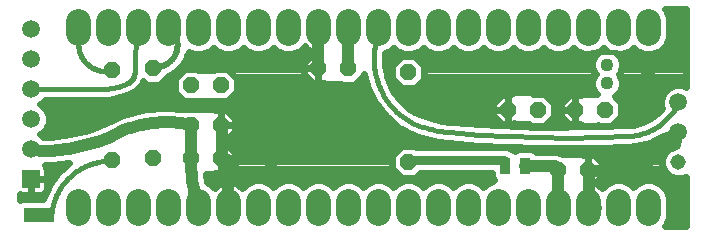
<source format=gtl>
G75*
%MOIN*%
%OFA0B0*%
%FSLAX25Y25*%
%IPPOS*%
%LPD*%
%AMOC8*
5,1,8,0,0,1.08239X$1,22.5*
%
%ADD10OC8,0.05200*%
%ADD11C,0.04362*%
%ADD12C,0.08268*%
%ADD13C,0.05937*%
%ADD14R,0.05937X0.05937*%
%ADD15C,0.05150*%
%ADD16R,0.03600X0.05500*%
%ADD17R,0.10000X0.05000*%
%ADD18C,0.03937*%
%ADD19C,0.03150*%
%ADD20C,0.02362*%
%ADD21R,0.05000X0.05000*%
%ADD22C,0.05000*%
%ADD23C,0.01575*%
%ADD24C,0.01969*%
D10*
X0090906Y0036556D03*
X0104656Y0037181D03*
X0117156Y0037181D03*
X0127156Y0037181D03*
X0127156Y0048431D03*
X0117156Y0048431D03*
X0117156Y0061556D03*
X0127156Y0061556D03*
X0104656Y0067181D03*
X0090906Y0066556D03*
X0159656Y0067181D03*
X0169656Y0067181D03*
X0189656Y0065931D03*
X0222781Y0053431D03*
X0232781Y0053431D03*
X0245281Y0053431D03*
X0255281Y0053431D03*
X0249656Y0033431D03*
X0239656Y0033431D03*
X0189656Y0035931D03*
D11*
X0255906Y0062181D03*
X0255906Y0068431D03*
D12*
X0259656Y0078864D02*
X0259656Y0082998D01*
X0249656Y0082998D02*
X0249656Y0078864D01*
X0239656Y0078864D02*
X0239656Y0082998D01*
X0229656Y0082998D02*
X0229656Y0078864D01*
X0219656Y0078864D02*
X0219656Y0082998D01*
X0209656Y0082998D02*
X0209656Y0078864D01*
X0199656Y0078864D02*
X0199656Y0082998D01*
X0189656Y0082998D02*
X0189656Y0078864D01*
X0179656Y0078864D02*
X0179656Y0082998D01*
X0169656Y0082998D02*
X0169656Y0078864D01*
X0159656Y0078864D02*
X0159656Y0082998D01*
X0149656Y0082998D02*
X0149656Y0078864D01*
X0139656Y0078864D02*
X0139656Y0082998D01*
X0129656Y0082998D02*
X0129656Y0078864D01*
X0119656Y0078864D02*
X0119656Y0082998D01*
X0109656Y0082998D02*
X0109656Y0078864D01*
X0099656Y0078864D02*
X0099656Y0082998D01*
X0089656Y0082998D02*
X0089656Y0078864D01*
X0079656Y0078864D02*
X0079656Y0082998D01*
X0079656Y0022998D02*
X0079656Y0018864D01*
X0089656Y0018864D02*
X0089656Y0022998D01*
X0099656Y0022998D02*
X0099656Y0018864D01*
X0109656Y0018864D02*
X0109656Y0022998D01*
X0119656Y0022998D02*
X0119656Y0018864D01*
X0129656Y0018864D02*
X0129656Y0022998D01*
X0139656Y0022998D02*
X0139656Y0018864D01*
X0149656Y0018864D02*
X0149656Y0022998D01*
X0159656Y0022998D02*
X0159656Y0018864D01*
X0169656Y0018864D02*
X0169656Y0022998D01*
X0179656Y0022998D02*
X0179656Y0018864D01*
X0189656Y0018864D02*
X0189656Y0022998D01*
X0199656Y0022998D02*
X0199656Y0018864D01*
X0209656Y0018864D02*
X0209656Y0022998D01*
X0219656Y0022998D02*
X0219656Y0018864D01*
X0229656Y0018864D02*
X0229656Y0022998D01*
X0239656Y0022998D02*
X0239656Y0018864D01*
X0249656Y0018864D02*
X0249656Y0022998D01*
X0259656Y0022998D02*
X0259656Y0018864D01*
X0269656Y0018864D02*
X0269656Y0022998D01*
X0269656Y0078864D02*
X0269656Y0082998D01*
D13*
X0279656Y0055931D03*
X0279656Y0045931D03*
X0064031Y0050306D03*
X0064031Y0060306D03*
X0064031Y0070306D03*
X0064031Y0080306D03*
X0064031Y0040306D03*
D14*
X0064031Y0030306D03*
D15*
X0279656Y0035931D03*
D16*
X0228628Y0034681D03*
X0221935Y0034681D03*
D17*
X0066531Y0018431D03*
D18*
X0094657Y0046556D02*
X0095549Y0046895D01*
X0096449Y0047212D01*
X0097356Y0047506D01*
X0098271Y0047779D01*
X0099192Y0048029D01*
X0100118Y0048257D01*
X0101050Y0048463D01*
X0101987Y0048645D01*
X0102927Y0048805D01*
X0103872Y0048942D01*
X0104819Y0049056D01*
X0105769Y0049146D01*
X0106721Y0049214D01*
X0107674Y0049259D01*
X0108628Y0049280D01*
X0109582Y0049278D01*
X0110536Y0049253D01*
X0111489Y0049205D01*
X0112441Y0049133D01*
X0113390Y0049039D01*
X0114337Y0048921D01*
X0115281Y0048781D01*
X0116221Y0048618D01*
X0117157Y0048431D01*
X0117156Y0048431D02*
X0117156Y0037181D01*
X0127156Y0037181D02*
X0127378Y0037733D01*
X0127378Y0048115D01*
X0127156Y0048431D01*
X0127156Y0036556D02*
X0129656Y0036556D01*
X0129656Y0020931D01*
X0119657Y0020931D02*
X0119290Y0022146D01*
X0118951Y0023370D01*
X0118641Y0024601D01*
X0118360Y0025839D01*
X0118108Y0027084D01*
X0117886Y0028334D01*
X0117693Y0029588D01*
X0117529Y0030847D01*
X0117395Y0032110D01*
X0117291Y0033375D01*
X0117217Y0034643D01*
X0117172Y0035911D01*
X0117157Y0037181D01*
X0067156Y0039681D02*
X0064031Y0040306D01*
X0159656Y0067181D02*
X0159656Y0080306D01*
X0169656Y0080931D02*
X0169656Y0067181D01*
X0228628Y0034681D02*
X0238406Y0034681D01*
X0239656Y0033431D01*
X0239502Y0032889D02*
X0239502Y0021122D01*
X0249656Y0020931D02*
X0249884Y0021122D01*
X0249884Y0032889D01*
X0249656Y0033431D01*
X0249058Y0033581D01*
X0249656Y0033431D02*
X0251960Y0032889D01*
X0263437Y0032889D01*
X0279645Y0045972D01*
X0279656Y0045931D01*
X0094656Y0046556D02*
X0093451Y0045916D01*
X0092230Y0045306D01*
X0090996Y0044725D01*
X0089747Y0044175D01*
X0088485Y0043655D01*
X0087211Y0043166D01*
X0085926Y0042708D01*
X0084630Y0042282D01*
X0083323Y0041887D01*
X0082008Y0041524D01*
X0080684Y0041193D01*
X0079353Y0040894D01*
X0078014Y0040628D01*
X0076670Y0040394D01*
X0075320Y0040194D01*
X0073966Y0040025D01*
X0072608Y0039890D01*
X0071248Y0039788D01*
X0069885Y0039719D01*
X0068521Y0039684D01*
X0067156Y0039681D01*
D19*
X0189656Y0035931D02*
X0190906Y0036556D01*
X0221531Y0036556D01*
X0221935Y0035528D01*
X0221935Y0034681D01*
X0274031Y0044056D02*
X0279031Y0041556D01*
X0279656Y0045931D01*
X0274031Y0044056D01*
D20*
X0060331Y0025276D02*
X0060331Y0023417D01*
X0060983Y0023687D01*
X0067931Y0023687D01*
X0070082Y0028607D01*
X0070082Y0028607D01*
X0073369Y0032954D01*
X0073369Y0032954D01*
X0073369Y0032954D01*
X0076553Y0035573D01*
X0070997Y0034917D01*
X0070997Y0034917D01*
X0068416Y0034944D01*
X0068745Y0034614D01*
X0069032Y0034116D01*
X0069181Y0033562D01*
X0069181Y0030306D01*
X0064032Y0030306D01*
X0064032Y0030306D01*
X0069181Y0030306D01*
X0069181Y0027050D01*
X0069032Y0026496D01*
X0068745Y0025998D01*
X0068339Y0025592D01*
X0067842Y0025305D01*
X0067287Y0025156D01*
X0064032Y0025156D01*
X0064032Y0030306D01*
X0064031Y0030306D01*
X0064031Y0025156D01*
X0060776Y0025156D01*
X0060331Y0025276D01*
X0060331Y0024378D02*
X0068233Y0024378D01*
X0069097Y0026738D02*
X0069265Y0026738D01*
X0069181Y0029099D02*
X0070454Y0029099D01*
X0069181Y0031460D02*
X0072239Y0031460D01*
X0074423Y0033821D02*
X0069112Y0033821D01*
X0064032Y0029099D02*
X0064031Y0029099D01*
X0064031Y0026738D02*
X0064032Y0026738D01*
X0068010Y0044423D02*
X0067274Y0045159D01*
X0066919Y0045306D01*
X0067274Y0045453D01*
X0068884Y0047063D01*
X0069756Y0049167D01*
X0069756Y0051445D01*
X0068884Y0053549D01*
X0067274Y0055159D01*
X0066919Y0055306D01*
X0067274Y0055453D01*
X0068584Y0056763D01*
X0089794Y0056763D01*
X0094952Y0057868D01*
X0094952Y0057868D01*
X0096715Y0058660D01*
X0096715Y0058660D01*
X0097358Y0058949D01*
X0097369Y0058954D01*
X0098001Y0059238D01*
X0098700Y0059552D01*
X0098700Y0059552D01*
X0100759Y0061654D01*
X0100759Y0061654D01*
X0101310Y0062953D01*
X0102438Y0061825D01*
X0106875Y0061825D01*
X0109615Y0064566D01*
X0109829Y0064619D01*
X0109829Y0064619D01*
X0112894Y0066583D01*
X0112894Y0066583D01*
X0112894Y0066583D01*
X0115171Y0069423D01*
X0115171Y0069423D01*
X0116391Y0072759D01*
X0118286Y0071974D01*
X0121027Y0071974D01*
X0123559Y0073023D01*
X0124656Y0074121D01*
X0125754Y0073023D01*
X0128286Y0071974D01*
X0131027Y0071974D01*
X0133559Y0073023D01*
X0134656Y0074121D01*
X0135754Y0073023D01*
X0138286Y0071974D01*
X0141027Y0071974D01*
X0143559Y0073023D01*
X0144656Y0074121D01*
X0145754Y0073023D01*
X0148286Y0071974D01*
X0151027Y0071974D01*
X0153559Y0073023D01*
X0155063Y0074527D01*
X0155543Y0074047D01*
X0156347Y0073463D01*
X0157232Y0073012D01*
X0158178Y0072705D01*
X0159159Y0072549D01*
X0159460Y0072549D01*
X0159460Y0080734D01*
X0159853Y0080734D01*
X0159853Y0072549D01*
X0160026Y0072549D01*
X0160026Y0071962D01*
X0159657Y0071962D01*
X0159657Y0067181D01*
X0159657Y0062400D01*
X0161165Y0062400D01*
X0161220Y0062345D01*
X0162233Y0061925D01*
X0167080Y0061925D01*
X0167262Y0062001D01*
X0167438Y0061825D01*
X0171875Y0061825D01*
X0175012Y0064963D01*
X0175012Y0065446D01*
X0175920Y0061392D01*
X0178439Y0055974D01*
X0182055Y0051218D01*
X0186601Y0047341D01*
X0188733Y0046200D01*
X0188826Y0046102D01*
X0189351Y0045870D01*
X0189857Y0045599D01*
X0189991Y0045586D01*
X0192717Y0044378D01*
X0199607Y0042655D01*
X0199607Y0042655D01*
X0203115Y0042400D01*
X0213031Y0041485D01*
X0232995Y0040592D01*
X0252979Y0040644D01*
X0262926Y0041141D01*
X0265435Y0041221D01*
X0270353Y0042500D01*
X0274637Y0044714D01*
X0274884Y0043954D01*
X0275252Y0043232D01*
X0275729Y0042576D01*
X0276302Y0042003D01*
X0276958Y0041527D01*
X0277680Y0041159D01*
X0278054Y0041037D01*
X0276637Y0040450D01*
X0275137Y0038951D01*
X0274326Y0036991D01*
X0274326Y0034871D01*
X0275137Y0032911D01*
X0276637Y0031412D01*
X0278596Y0030600D01*
X0280717Y0030600D01*
X0282107Y0031176D01*
X0282107Y0014731D01*
X0275267Y0014731D01*
X0275497Y0014961D01*
X0276546Y0017494D01*
X0276546Y0024368D01*
X0275497Y0026901D01*
X0273559Y0028839D01*
X0271027Y0029888D01*
X0268286Y0029888D01*
X0265754Y0028839D01*
X0264656Y0027742D01*
X0263559Y0028839D01*
X0261027Y0029888D01*
X0258286Y0029888D01*
X0255754Y0028839D01*
X0254250Y0027335D01*
X0253770Y0027815D01*
X0252966Y0028399D01*
X0252081Y0028850D01*
X0251897Y0028910D01*
X0254438Y0031451D01*
X0254438Y0033431D01*
X0249657Y0033431D01*
X0249657Y0033431D01*
X0254438Y0033431D01*
X0254438Y0035411D01*
X0251637Y0038212D01*
X0249657Y0038212D01*
X0249657Y0033431D01*
X0249657Y0028650D01*
X0249853Y0028650D01*
X0249853Y0021128D01*
X0249460Y0021128D01*
X0249460Y0028650D01*
X0249656Y0028650D01*
X0249656Y0033431D01*
X0249657Y0033431D01*
X0249656Y0033431D01*
X0249656Y0038212D01*
X0248148Y0038212D01*
X0248093Y0038267D01*
X0247080Y0038687D01*
X0242233Y0038687D01*
X0242051Y0038611D01*
X0241875Y0038787D01*
X0240839Y0038787D01*
X0239346Y0039405D01*
X0232351Y0039405D01*
X0231989Y0039767D01*
X0230976Y0040187D01*
X0226280Y0040187D01*
X0225281Y0039773D01*
X0224283Y0040187D01*
X0224039Y0040187D01*
X0224015Y0040198D01*
X0223985Y0040227D01*
X0223227Y0040541D01*
X0222474Y0040870D01*
X0222432Y0040871D01*
X0222393Y0040887D01*
X0221572Y0040887D01*
X0220752Y0040902D01*
X0220712Y0040887D01*
X0192275Y0040887D01*
X0191875Y0041287D01*
X0187438Y0041287D01*
X0184301Y0038150D01*
X0184301Y0033713D01*
X0187438Y0030575D01*
X0191875Y0030575D01*
X0193525Y0032225D01*
X0217379Y0032225D01*
X0217379Y0031383D01*
X0217799Y0030370D01*
X0218282Y0029886D01*
X0215754Y0028839D01*
X0214656Y0027742D01*
X0213559Y0028839D01*
X0211027Y0029888D01*
X0208286Y0029888D01*
X0205754Y0028839D01*
X0204656Y0027742D01*
X0203559Y0028839D01*
X0201027Y0029888D01*
X0198286Y0029888D01*
X0195754Y0028839D01*
X0194656Y0027742D01*
X0193559Y0028839D01*
X0191027Y0029888D01*
X0188286Y0029888D01*
X0185754Y0028839D01*
X0184656Y0027742D01*
X0183559Y0028839D01*
X0181027Y0029888D01*
X0178286Y0029888D01*
X0175754Y0028839D01*
X0174656Y0027742D01*
X0173559Y0028839D01*
X0171027Y0029888D01*
X0168286Y0029888D01*
X0165754Y0028839D01*
X0164656Y0027742D01*
X0163559Y0028839D01*
X0161027Y0029888D01*
X0158286Y0029888D01*
X0155754Y0028839D01*
X0154656Y0027742D01*
X0153559Y0028839D01*
X0151027Y0029888D01*
X0148286Y0029888D01*
X0145754Y0028839D01*
X0144656Y0027742D01*
X0143559Y0028839D01*
X0141027Y0029888D01*
X0138286Y0029888D01*
X0135754Y0028839D01*
X0134250Y0027335D01*
X0133770Y0027815D01*
X0132966Y0028399D01*
X0132081Y0028850D01*
X0131135Y0029157D01*
X0130153Y0029313D01*
X0129853Y0029313D01*
X0129853Y0021128D01*
X0129460Y0021128D01*
X0129460Y0029313D01*
X0129159Y0029313D01*
X0128178Y0029157D01*
X0127232Y0028850D01*
X0126347Y0028399D01*
X0125543Y0027815D01*
X0125063Y0027335D01*
X0123559Y0028839D01*
X0122673Y0029206D01*
X0122254Y0031925D01*
X0124580Y0031925D01*
X0125593Y0032345D01*
X0125648Y0032400D01*
X0127156Y0032400D01*
X0127156Y0037181D01*
X0127157Y0037181D01*
X0127157Y0037181D01*
X0131938Y0037181D01*
X0131938Y0035201D01*
X0129137Y0032400D01*
X0127157Y0032400D01*
X0127157Y0037181D01*
X0131938Y0037181D01*
X0131938Y0039161D01*
X0129137Y0041962D01*
X0127157Y0041962D01*
X0127157Y0037181D01*
X0127156Y0037181D01*
X0127156Y0041962D01*
X0126787Y0041962D01*
X0126787Y0043650D01*
X0127156Y0043650D01*
X0127156Y0048431D01*
X0127157Y0048431D01*
X0127157Y0048431D01*
X0131938Y0048431D01*
X0131938Y0046451D01*
X0129137Y0043650D01*
X0127157Y0043650D01*
X0127157Y0048431D01*
X0131938Y0048431D01*
X0131938Y0050411D01*
X0129137Y0053212D01*
X0127157Y0053212D01*
X0127157Y0048431D01*
X0127156Y0048431D01*
X0127156Y0053212D01*
X0125648Y0053212D01*
X0125593Y0053267D01*
X0124580Y0053687D01*
X0119733Y0053687D01*
X0119551Y0053611D01*
X0119375Y0053787D01*
X0114938Y0053787D01*
X0114877Y0053726D01*
X0108578Y0054121D01*
X0102175Y0053587D01*
X0102175Y0053587D01*
X0095917Y0052129D01*
X0095917Y0052129D01*
X0093518Y0051185D01*
X0093215Y0051152D01*
X0092651Y0050844D01*
X0092052Y0050608D01*
X0091883Y0050445D01*
X0089464Y0049221D01*
X0083357Y0046835D01*
X0076996Y0045244D01*
X0070484Y0044476D01*
X0068010Y0044423D01*
X0067445Y0045624D02*
X0078515Y0045624D01*
X0086300Y0047985D02*
X0069266Y0047985D01*
X0069756Y0050346D02*
X0091686Y0050346D01*
X0098394Y0052706D02*
X0069233Y0052706D01*
X0067366Y0055067D02*
X0179128Y0055067D01*
X0178439Y0055974D02*
X0178439Y0055974D01*
X0177763Y0057428D02*
X0130602Y0057428D01*
X0129375Y0056200D02*
X0132512Y0059338D01*
X0132512Y0063775D01*
X0129375Y0066912D01*
X0124938Y0066912D01*
X0124762Y0066736D01*
X0124580Y0066812D01*
X0119733Y0066812D01*
X0119551Y0066736D01*
X0119375Y0066912D01*
X0114938Y0066912D01*
X0111801Y0063775D01*
X0111801Y0059338D01*
X0114938Y0056200D01*
X0119375Y0056200D01*
X0119551Y0056376D01*
X0119733Y0056300D01*
X0124580Y0056300D01*
X0124762Y0056376D01*
X0124938Y0056200D01*
X0129375Y0056200D01*
X0129643Y0052706D02*
X0180923Y0052706D01*
X0182055Y0051218D02*
X0182055Y0051218D01*
X0182055Y0051218D01*
X0183077Y0050346D02*
X0131938Y0050346D01*
X0131938Y0047985D02*
X0185846Y0047985D01*
X0186601Y0047341D02*
X0186601Y0047341D01*
X0189810Y0045624D02*
X0131111Y0045624D01*
X0127157Y0045624D02*
X0127156Y0045624D01*
X0126787Y0043263D02*
X0197175Y0043263D01*
X0192717Y0044378D02*
X0192717Y0044378D01*
X0192259Y0040903D02*
X0226058Y0040903D01*
X0228914Y0047985D02*
X0256426Y0047985D01*
X0257500Y0048075D02*
X0260637Y0051213D01*
X0260637Y0055650D01*
X0258412Y0057875D01*
X0258703Y0057996D01*
X0260092Y0059385D01*
X0260843Y0061199D01*
X0260843Y0063163D01*
X0260092Y0064978D01*
X0259763Y0065306D01*
X0260092Y0065635D01*
X0260843Y0067449D01*
X0260843Y0069413D01*
X0260092Y0071228D01*
X0259345Y0071974D01*
X0261027Y0071974D01*
X0263559Y0073023D01*
X0264656Y0074121D01*
X0265754Y0073023D01*
X0268286Y0071974D01*
X0271027Y0071974D01*
X0273559Y0073023D01*
X0275497Y0074961D01*
X0276546Y0077494D01*
X0276546Y0084368D01*
X0275497Y0086901D01*
X0275267Y0087131D01*
X0282107Y0087131D01*
X0282107Y0061112D01*
X0280795Y0061655D01*
X0278518Y0061655D01*
X0276414Y0060784D01*
X0274804Y0059174D01*
X0273932Y0057070D01*
X0273932Y0054792D01*
X0274244Y0054039D01*
X0273520Y0053085D01*
X0270859Y0050847D01*
X0267769Y0049251D01*
X0264403Y0048375D01*
X0262682Y0048224D01*
X0262637Y0048222D01*
X0261963Y0048200D01*
X0261953Y0048195D01*
X0252790Y0047846D01*
X0233146Y0047796D01*
X0213523Y0048673D01*
X0204380Y0049407D01*
X0204367Y0049414D01*
X0203698Y0049463D01*
X0203637Y0049468D01*
X0200753Y0049804D01*
X0195071Y0051224D01*
X0192472Y0052244D01*
X0190685Y0053328D01*
X0187321Y0056196D01*
X0184645Y0059716D01*
X0182782Y0063725D01*
X0181816Y0068039D01*
X0181792Y0072291D01*
X0183559Y0073023D01*
X0184656Y0074121D01*
X0185754Y0073023D01*
X0188286Y0071974D01*
X0191027Y0071974D01*
X0193559Y0073023D01*
X0194656Y0074121D01*
X0195754Y0073023D01*
X0198286Y0071974D01*
X0201027Y0071974D01*
X0203559Y0073023D01*
X0204656Y0074121D01*
X0205754Y0073023D01*
X0208286Y0071974D01*
X0211027Y0071974D01*
X0213559Y0073023D01*
X0214656Y0074121D01*
X0215754Y0073023D01*
X0218286Y0071974D01*
X0221027Y0071974D01*
X0223559Y0073023D01*
X0224656Y0074121D01*
X0225754Y0073023D01*
X0228286Y0071974D01*
X0231027Y0071974D01*
X0233559Y0073023D01*
X0234656Y0074121D01*
X0235754Y0073023D01*
X0238286Y0071974D01*
X0241027Y0071974D01*
X0243559Y0073023D01*
X0244656Y0074121D01*
X0245754Y0073023D01*
X0248286Y0071974D01*
X0251027Y0071974D01*
X0253559Y0073023D01*
X0254656Y0074121D01*
X0255409Y0073368D01*
X0254924Y0073368D01*
X0253110Y0072616D01*
X0251721Y0071228D01*
X0250969Y0069413D01*
X0250969Y0067449D01*
X0251721Y0065635D01*
X0252050Y0065306D01*
X0251721Y0064978D01*
X0250969Y0063163D01*
X0250969Y0061199D01*
X0251721Y0059385D01*
X0252419Y0058687D01*
X0247858Y0058687D01*
X0246845Y0058267D01*
X0246790Y0058212D01*
X0245282Y0058212D01*
X0245282Y0053431D01*
X0245282Y0048650D01*
X0246790Y0048650D01*
X0246845Y0048595D01*
X0247858Y0048175D01*
X0252705Y0048175D01*
X0252887Y0048251D01*
X0253063Y0048075D01*
X0257500Y0048075D01*
X0259770Y0050346D02*
X0269888Y0050346D01*
X0273070Y0052706D02*
X0260637Y0052706D01*
X0260637Y0055067D02*
X0273932Y0055067D01*
X0274080Y0057428D02*
X0258859Y0057428D01*
X0260259Y0059788D02*
X0275418Y0059788D01*
X0282107Y0062149D02*
X0260843Y0062149D01*
X0260286Y0064510D02*
X0282107Y0064510D01*
X0282107Y0066871D02*
X0260604Y0066871D01*
X0260843Y0069231D02*
X0282107Y0069231D01*
X0282107Y0071592D02*
X0259728Y0071592D01*
X0264489Y0073953D02*
X0264824Y0073953D01*
X0274489Y0073953D02*
X0282107Y0073953D01*
X0282107Y0076313D02*
X0276057Y0076313D01*
X0276546Y0078674D02*
X0282107Y0078674D01*
X0282107Y0081035D02*
X0276546Y0081035D01*
X0276546Y0083396D02*
X0282107Y0083396D01*
X0282107Y0085756D02*
X0275971Y0085756D01*
X0254824Y0073953D02*
X0254489Y0073953D01*
X0252085Y0071592D02*
X0181796Y0071592D01*
X0184301Y0068150D02*
X0187438Y0071287D01*
X0191875Y0071287D01*
X0195012Y0068150D01*
X0195012Y0063713D01*
X0191875Y0060575D01*
X0187438Y0060575D01*
X0184301Y0063713D01*
X0184301Y0068150D01*
X0184301Y0066871D02*
X0182077Y0066871D01*
X0181809Y0069231D02*
X0185382Y0069231D01*
X0193931Y0069231D02*
X0250969Y0069231D01*
X0251209Y0066871D02*
X0195012Y0066871D01*
X0195012Y0064510D02*
X0251527Y0064510D01*
X0250969Y0062149D02*
X0193449Y0062149D01*
X0185864Y0062149D02*
X0183514Y0062149D01*
X0184301Y0064510D02*
X0182606Y0064510D01*
X0175751Y0062149D02*
X0172199Y0062149D01*
X0174560Y0064510D02*
X0175222Y0064510D01*
X0175920Y0061392D02*
X0175920Y0061392D01*
X0176666Y0059788D02*
X0132512Y0059788D01*
X0132512Y0062149D02*
X0161693Y0062149D01*
X0159656Y0062400D02*
X0159656Y0067181D01*
X0154875Y0067181D01*
X0154875Y0065201D01*
X0157676Y0062400D01*
X0159656Y0062400D01*
X0159656Y0064510D02*
X0159657Y0064510D01*
X0155566Y0064510D02*
X0131777Y0064510D01*
X0129416Y0066871D02*
X0154875Y0066871D01*
X0154875Y0067181D02*
X0159656Y0067181D01*
X0159656Y0067181D01*
X0159657Y0067181D01*
X0159656Y0067181D01*
X0159656Y0071962D01*
X0157676Y0071962D01*
X0154875Y0069161D01*
X0154875Y0067181D01*
X0154945Y0069231D02*
X0115017Y0069231D01*
X0114897Y0066871D02*
X0113124Y0066871D01*
X0119416Y0066871D02*
X0124897Y0066871D01*
X0115964Y0071592D02*
X0157306Y0071592D01*
X0159656Y0071592D02*
X0159657Y0071592D01*
X0159656Y0069231D02*
X0159657Y0069231D01*
X0159656Y0066871D02*
X0159657Y0066871D01*
X0159460Y0073953D02*
X0159853Y0073953D01*
X0155673Y0073953D02*
X0154489Y0073953D01*
X0159460Y0076313D02*
X0159853Y0076313D01*
X0159853Y0078674D02*
X0159460Y0078674D01*
X0144824Y0073953D02*
X0144489Y0073953D01*
X0134824Y0073953D02*
X0134489Y0073953D01*
X0124824Y0073953D02*
X0124489Y0073953D01*
X0112536Y0064510D02*
X0109560Y0064510D01*
X0111801Y0062149D02*
X0107199Y0062149D01*
X0102114Y0062149D02*
X0100969Y0062149D01*
X0098932Y0059788D02*
X0111801Y0059788D01*
X0113711Y0057428D02*
X0092897Y0057428D01*
X0098001Y0059238D02*
X0098001Y0059238D01*
X0108578Y0054121D02*
X0108578Y0054121D01*
X0127156Y0052706D02*
X0127157Y0052706D01*
X0127156Y0050346D02*
X0127157Y0050346D01*
X0127156Y0047985D02*
X0127157Y0047985D01*
X0127156Y0040903D02*
X0127157Y0040903D01*
X0130196Y0040903D02*
X0187054Y0040903D01*
X0184693Y0038542D02*
X0131938Y0038542D01*
X0131938Y0036181D02*
X0184301Y0036181D01*
X0184301Y0033821D02*
X0130557Y0033821D01*
X0127157Y0033821D02*
X0127156Y0033821D01*
X0122326Y0031460D02*
X0186553Y0031460D01*
X0186382Y0029099D02*
X0182931Y0029099D01*
X0176382Y0029099D02*
X0172931Y0029099D01*
X0166382Y0029099D02*
X0162931Y0029099D01*
X0156382Y0029099D02*
X0152931Y0029099D01*
X0146382Y0029099D02*
X0142931Y0029099D01*
X0136382Y0029099D02*
X0131315Y0029099D01*
X0129853Y0029099D02*
X0129460Y0029099D01*
X0127998Y0029099D02*
X0122931Y0029099D01*
X0129460Y0026738D02*
X0129853Y0026738D01*
X0129853Y0024378D02*
X0129460Y0024378D01*
X0129460Y0022017D02*
X0129853Y0022017D01*
X0127156Y0036181D02*
X0127157Y0036181D01*
X0127156Y0038542D02*
X0127157Y0038542D01*
X0184612Y0059788D02*
X0251554Y0059788D01*
X0245281Y0058212D02*
X0243301Y0058212D01*
X0240500Y0055411D01*
X0240500Y0053431D01*
X0240500Y0051451D01*
X0243301Y0048650D01*
X0245281Y0048650D01*
X0245281Y0053431D01*
X0240500Y0053431D01*
X0245281Y0053431D01*
X0245281Y0053431D01*
X0245282Y0053431D01*
X0245281Y0053431D01*
X0245281Y0058212D01*
X0245281Y0057428D02*
X0245282Y0057428D01*
X0242517Y0057428D02*
X0236359Y0057428D01*
X0235000Y0058787D02*
X0231323Y0058787D01*
X0231218Y0058892D01*
X0230205Y0059312D01*
X0225358Y0059312D01*
X0224345Y0058892D01*
X0223665Y0058212D01*
X0222782Y0058212D01*
X0222782Y0053431D01*
X0222782Y0048650D01*
X0224762Y0048650D01*
X0225043Y0048931D01*
X0225358Y0048800D01*
X0229838Y0048800D01*
X0230563Y0048075D01*
X0235000Y0048075D01*
X0238137Y0051213D01*
X0238137Y0055650D01*
X0235000Y0058787D01*
X0238137Y0055067D02*
X0240500Y0055067D01*
X0245281Y0055067D02*
X0245282Y0055067D01*
X0245281Y0052706D02*
X0245282Y0052706D01*
X0240500Y0052706D02*
X0238137Y0052706D01*
X0237270Y0050346D02*
X0241606Y0050346D01*
X0245281Y0050346D02*
X0245282Y0050346D01*
X0222782Y0050346D02*
X0222781Y0050346D01*
X0222781Y0048650D02*
X0220801Y0048650D01*
X0218000Y0051451D01*
X0218000Y0053431D01*
X0222781Y0053431D01*
X0222781Y0053431D01*
X0218000Y0053431D01*
X0218000Y0055411D01*
X0220801Y0058212D01*
X0222781Y0058212D01*
X0222781Y0053431D01*
X0222782Y0053431D01*
X0222781Y0053431D01*
X0222781Y0048650D01*
X0219106Y0050346D02*
X0198585Y0050346D01*
X0191710Y0052706D02*
X0218000Y0052706D01*
X0218000Y0055067D02*
X0188645Y0055067D01*
X0186385Y0057428D02*
X0220017Y0057428D01*
X0222781Y0057428D02*
X0222782Y0057428D01*
X0222781Y0055067D02*
X0222782Y0055067D01*
X0222781Y0052706D02*
X0222782Y0052706D01*
X0213523Y0048673D02*
X0213523Y0048673D01*
X0247430Y0038542D02*
X0274968Y0038542D01*
X0274326Y0036181D02*
X0253668Y0036181D01*
X0249657Y0036181D02*
X0249656Y0036181D01*
X0249656Y0033821D02*
X0249657Y0033821D01*
X0254438Y0033821D02*
X0274761Y0033821D01*
X0276589Y0031460D02*
X0254438Y0031460D01*
X0249657Y0031460D02*
X0249656Y0031460D01*
X0249656Y0029099D02*
X0249657Y0029099D01*
X0252086Y0029099D02*
X0256382Y0029099D01*
X0262931Y0029099D02*
X0266382Y0029099D01*
X0272931Y0029099D02*
X0282107Y0029099D01*
X0282107Y0026738D02*
X0275565Y0026738D01*
X0276542Y0024378D02*
X0282107Y0024378D01*
X0282107Y0022017D02*
X0276546Y0022017D01*
X0276546Y0019656D02*
X0282107Y0019656D01*
X0282107Y0017295D02*
X0276464Y0017295D01*
X0275471Y0014935D02*
X0282107Y0014935D01*
X0252767Y0020734D02*
X0249853Y0020734D01*
X0249853Y0021128D01*
X0252767Y0021128D01*
X0252767Y0020734D01*
X0249853Y0022017D02*
X0249460Y0022017D01*
X0249460Y0024378D02*
X0249853Y0024378D01*
X0249853Y0026738D02*
X0249460Y0026738D01*
X0217379Y0031460D02*
X0192760Y0031460D01*
X0192931Y0029099D02*
X0196382Y0029099D01*
X0202931Y0029099D02*
X0206382Y0029099D01*
X0212931Y0029099D02*
X0216382Y0029099D01*
X0258158Y0040903D02*
X0277729Y0040903D01*
X0275236Y0043263D02*
X0271830Y0043263D01*
X0270353Y0042500D02*
X0270353Y0042500D01*
X0265435Y0041221D02*
X0265435Y0041221D01*
X0244824Y0073953D02*
X0244489Y0073953D01*
X0234824Y0073953D02*
X0234489Y0073953D01*
X0224824Y0073953D02*
X0224489Y0073953D01*
X0214824Y0073953D02*
X0214489Y0073953D01*
X0204824Y0073953D02*
X0204489Y0073953D01*
X0194824Y0073953D02*
X0194489Y0073953D01*
X0184824Y0073953D02*
X0184489Y0073953D01*
D21*
X0204656Y0054056D03*
X0143406Y0054056D03*
X0079031Y0053431D03*
X0269031Y0032806D03*
X0269656Y0067806D03*
D22*
X0204656Y0069056D03*
X0179656Y0050931D03*
X0144031Y0033431D03*
X0214656Y0030306D03*
X0140281Y0069056D03*
D23*
X0179656Y0080931D02*
X0180281Y0080306D01*
X0180282Y0080306D02*
X0180047Y0079769D01*
X0179825Y0079227D01*
X0179617Y0078679D01*
X0179422Y0078126D01*
X0179241Y0077569D01*
X0179073Y0077008D01*
X0178918Y0076442D01*
X0178778Y0075873D01*
X0178651Y0075301D01*
X0178538Y0074726D01*
X0178439Y0074149D01*
X0178355Y0073569D01*
X0178284Y0072987D01*
X0178227Y0072404D01*
X0178185Y0071819D01*
X0178157Y0071234D01*
X0178143Y0070648D01*
X0178143Y0070062D01*
X0178157Y0069476D01*
X0178186Y0068891D01*
X0178229Y0068306D01*
X0178286Y0067723D01*
X0178357Y0067141D01*
X0178442Y0066562D01*
X0178541Y0065984D01*
X0178654Y0065409D01*
X0178781Y0064837D01*
X0178922Y0064268D01*
X0179077Y0063703D01*
X0179245Y0063142D01*
X0179427Y0062585D01*
X0179623Y0062032D01*
X0179831Y0061484D01*
X0180053Y0060942D01*
X0180288Y0060405D01*
X0180536Y0059874D01*
X0180797Y0059349D01*
X0181070Y0058831D01*
X0181356Y0058320D01*
X0181654Y0057815D01*
X0181965Y0057318D01*
X0182287Y0056829D01*
X0182621Y0056347D01*
X0182967Y0055874D01*
X0183324Y0055409D01*
X0183692Y0054953D01*
X0184071Y0054506D01*
X0184461Y0054069D01*
X0184862Y0053641D01*
X0185272Y0053223D01*
X0185693Y0052815D01*
X0186123Y0052417D01*
X0186563Y0052030D01*
X0187012Y0051654D01*
X0187471Y0051288D01*
X0187938Y0050934D01*
X0188413Y0050592D01*
X0188896Y0050261D01*
X0189388Y0049941D01*
X0189887Y0049634D01*
X0190393Y0049339D01*
X0190907Y0049056D01*
X0098407Y0065931D02*
X0098523Y0068941D01*
X0098706Y0071947D01*
X0098956Y0074949D01*
X0099273Y0077944D01*
X0099657Y0080931D01*
X0095906Y0062181D02*
X0095447Y0061981D01*
X0094983Y0061792D01*
X0094515Y0061614D01*
X0094043Y0061447D01*
X0093567Y0061291D01*
X0093087Y0061146D01*
X0092604Y0061013D01*
X0092119Y0060891D01*
X0091630Y0060780D01*
X0091139Y0060681D01*
X0090646Y0060593D01*
X0090151Y0060517D01*
X0089655Y0060453D01*
X0089156Y0060400D01*
X0088657Y0060359D01*
X0088157Y0060329D01*
X0087657Y0060312D01*
X0087156Y0060306D01*
X0064031Y0060306D01*
X0095907Y0062181D02*
X0096023Y0062236D01*
X0096138Y0062293D01*
X0096250Y0062355D01*
X0096361Y0062419D01*
X0096470Y0062488D01*
X0096577Y0062559D01*
X0096682Y0062633D01*
X0096784Y0062711D01*
X0096884Y0062792D01*
X0096981Y0062875D01*
X0097076Y0062962D01*
X0097168Y0063052D01*
X0097257Y0063144D01*
X0097344Y0063239D01*
X0097428Y0063336D01*
X0097508Y0063436D01*
X0097586Y0063538D01*
X0097660Y0063643D01*
X0097731Y0063750D01*
X0097799Y0063859D01*
X0097864Y0063970D01*
X0097925Y0064083D01*
X0097983Y0064197D01*
X0098037Y0064314D01*
X0098088Y0064432D01*
X0098135Y0064551D01*
X0098179Y0064672D01*
X0098219Y0064794D01*
X0098255Y0064917D01*
X0098287Y0065042D01*
X0098316Y0065167D01*
X0098340Y0065293D01*
X0098361Y0065420D01*
X0098378Y0065547D01*
X0098392Y0065675D01*
X0098401Y0065803D01*
X0098406Y0065931D01*
X0090906Y0066556D02*
X0090693Y0066504D01*
X0090479Y0066458D01*
X0090264Y0066417D01*
X0090048Y0066382D01*
X0089831Y0066351D01*
X0089614Y0066326D01*
X0089395Y0066306D01*
X0089177Y0066291D01*
X0088958Y0066282D01*
X0088739Y0066278D01*
X0088520Y0066279D01*
X0088301Y0066286D01*
X0088083Y0066298D01*
X0087864Y0066315D01*
X0087646Y0066338D01*
X0087429Y0066366D01*
X0087213Y0066399D01*
X0086997Y0066437D01*
X0086782Y0066481D01*
X0086569Y0066529D01*
X0086357Y0066583D01*
X0086146Y0066642D01*
X0085936Y0066706D01*
X0085728Y0066776D01*
X0085522Y0066850D01*
X0085318Y0066929D01*
X0085116Y0067013D01*
X0084916Y0067102D01*
X0084718Y0067196D01*
X0084522Y0067294D01*
X0084329Y0067398D01*
X0084139Y0067506D01*
X0083951Y0067618D01*
X0083766Y0067735D01*
X0083583Y0067857D01*
X0083404Y0067983D01*
X0083228Y0068113D01*
X0083055Y0068247D01*
X0082886Y0068386D01*
X0082720Y0068529D01*
X0082557Y0068675D01*
X0082398Y0068826D01*
X0082243Y0068980D01*
X0082091Y0069139D01*
X0081943Y0069300D01*
X0081800Y0069466D01*
X0081660Y0069634D01*
X0081524Y0069806D01*
X0081393Y0069982D01*
X0081266Y0070160D01*
X0081144Y0070342D01*
X0081025Y0070526D01*
X0080912Y0070713D01*
X0080802Y0070903D01*
X0080698Y0071095D01*
X0080598Y0071290D01*
X0080503Y0071488D01*
X0080413Y0071687D01*
X0080328Y0071889D01*
X0080247Y0072093D01*
X0080172Y0072298D01*
X0080101Y0072506D01*
X0080036Y0072715D01*
X0079976Y0072925D01*
X0079920Y0073137D01*
X0079870Y0073350D01*
X0079825Y0073565D01*
X0079786Y0073780D01*
X0079751Y0073997D01*
X0079722Y0074214D01*
X0079698Y0074431D01*
X0079680Y0074650D01*
X0079667Y0074868D01*
X0079659Y0075087D01*
X0079656Y0075306D01*
X0079656Y0080931D01*
X0085906Y0035931D02*
X0090906Y0036556D01*
X0070906Y0020306D02*
X0070908Y0020207D01*
X0070906Y0020107D01*
X0070901Y0020008D01*
X0070892Y0019910D01*
X0070878Y0019811D01*
X0070861Y0019714D01*
X0070841Y0019617D01*
X0070816Y0019520D01*
X0070788Y0019425D01*
X0070756Y0019332D01*
X0070720Y0019239D01*
X0070681Y0019148D01*
X0070639Y0019058D01*
X0070592Y0018970D01*
X0070543Y0018885D01*
X0070490Y0018801D01*
X0070434Y0018719D01*
X0070375Y0018639D01*
X0070312Y0018562D01*
X0070247Y0018487D01*
X0070179Y0018415D01*
X0070108Y0018346D01*
X0070035Y0018279D01*
X0069959Y0018215D01*
X0069880Y0018155D01*
X0069800Y0018097D01*
X0069717Y0018043D01*
X0069632Y0017992D01*
X0069545Y0017944D01*
X0069456Y0017900D01*
X0069366Y0017859D01*
X0069274Y0017821D01*
X0069180Y0017788D01*
X0069086Y0017758D01*
X0068990Y0017731D01*
X0068894Y0017709D01*
X0068796Y0017690D01*
X0068698Y0017675D01*
X0068600Y0017664D01*
X0068501Y0017657D01*
X0068402Y0017653D01*
X0068302Y0017654D01*
X0068203Y0017658D01*
X0068104Y0017666D01*
X0068006Y0017678D01*
X0067908Y0017694D01*
X0067811Y0017714D01*
X0067714Y0017737D01*
X0067619Y0017764D01*
X0067525Y0017795D01*
X0067432Y0017830D01*
X0067340Y0017868D01*
X0067250Y0017909D01*
X0067162Y0017954D01*
X0067075Y0018003D01*
X0066991Y0018055D01*
X0066908Y0018110D01*
X0066828Y0018168D01*
X0066750Y0018229D01*
X0066675Y0018294D01*
X0066602Y0018361D01*
X0066531Y0018431D01*
X0070906Y0020307D02*
X0070996Y0020776D01*
X0071097Y0021244D01*
X0071210Y0021709D01*
X0071335Y0022171D01*
X0071470Y0022629D01*
X0071617Y0023085D01*
X0071775Y0023536D01*
X0071943Y0023984D01*
X0072123Y0024427D01*
X0072314Y0024866D01*
X0072515Y0025300D01*
X0072727Y0025728D01*
X0072949Y0026152D01*
X0073182Y0026570D01*
X0073424Y0026982D01*
X0073677Y0027388D01*
X0073940Y0027788D01*
X0074212Y0028181D01*
X0074494Y0028568D01*
X0074785Y0028947D01*
X0075086Y0029319D01*
X0075395Y0029684D01*
X0075714Y0030041D01*
X0076041Y0030390D01*
X0076376Y0030731D01*
X0076720Y0031064D01*
X0077072Y0031388D01*
X0077431Y0031703D01*
X0077798Y0032010D01*
X0078173Y0032307D01*
X0078555Y0032595D01*
X0078943Y0032874D01*
X0079339Y0033143D01*
X0079741Y0033402D01*
X0080149Y0033652D01*
X0080563Y0033891D01*
X0080983Y0034120D01*
X0081408Y0034339D01*
X0081839Y0034547D01*
X0082275Y0034745D01*
X0082715Y0034932D01*
X0083160Y0035108D01*
X0083608Y0035273D01*
X0084061Y0035427D01*
X0084518Y0035570D01*
X0084978Y0035702D01*
X0085440Y0035823D01*
X0085906Y0035932D01*
X0190907Y0049056D02*
X0191700Y0048716D01*
X0192501Y0048393D01*
X0193309Y0048089D01*
X0194124Y0047804D01*
X0194945Y0047538D01*
X0195772Y0047290D01*
X0196604Y0047061D01*
X0197441Y0046852D01*
X0198283Y0046662D01*
X0199130Y0046491D01*
X0199979Y0046340D01*
X0200833Y0046208D01*
X0201689Y0046096D01*
X0202547Y0046004D01*
X0203407Y0045931D01*
X0262782Y0044681D02*
X0263246Y0044701D01*
X0263709Y0044733D01*
X0264171Y0044776D01*
X0264633Y0044830D01*
X0265092Y0044895D01*
X0265551Y0044972D01*
X0266007Y0045059D01*
X0266461Y0045157D01*
X0266912Y0045267D01*
X0267361Y0045387D01*
X0267806Y0045518D01*
X0268249Y0045659D01*
X0268687Y0045812D01*
X0269122Y0045975D01*
X0269553Y0046148D01*
X0269980Y0046332D01*
X0270402Y0046526D01*
X0270819Y0046730D01*
X0271231Y0046944D01*
X0271638Y0047168D01*
X0272039Y0047402D01*
X0272435Y0047645D01*
X0272824Y0047898D01*
X0273207Y0048161D01*
X0273584Y0048432D01*
X0273954Y0048713D01*
X0274318Y0049002D01*
X0274674Y0049300D01*
X0275023Y0049607D01*
X0275364Y0049921D01*
X0275698Y0050245D01*
X0276024Y0050576D01*
X0276341Y0050914D01*
X0276651Y0051261D01*
X0276952Y0051615D01*
X0277244Y0051975D01*
X0277527Y0052343D01*
X0277802Y0052718D01*
X0278067Y0053099D01*
X0278323Y0053487D01*
X0278570Y0053880D01*
X0278807Y0054280D01*
X0279034Y0054685D01*
X0279252Y0055095D01*
X0279459Y0055510D01*
X0279657Y0055931D01*
X0261531Y0070306D02*
X0259031Y0072806D01*
X0250906Y0072806D01*
X0262782Y0044681D02*
X0252883Y0044304D01*
X0242978Y0044161D01*
X0233072Y0044253D01*
X0223171Y0044578D01*
X0213281Y0045138D01*
X0203407Y0045931D01*
D24*
X0239656Y0033431D02*
X0239502Y0032889D01*
X0239502Y0021122D02*
X0239656Y0020931D01*
X0107156Y0067806D02*
X0104656Y0067181D01*
X0107156Y0067807D02*
X0107330Y0067853D01*
X0107503Y0067903D01*
X0107675Y0067957D01*
X0107845Y0068015D01*
X0108014Y0068078D01*
X0108181Y0068145D01*
X0108347Y0068215D01*
X0108511Y0068290D01*
X0108672Y0068369D01*
X0108832Y0068452D01*
X0108990Y0068538D01*
X0109146Y0068629D01*
X0109299Y0068723D01*
X0109450Y0068821D01*
X0109599Y0068923D01*
X0109745Y0069028D01*
X0109889Y0069137D01*
X0110029Y0069249D01*
X0110167Y0069365D01*
X0110303Y0069484D01*
X0110435Y0069606D01*
X0110564Y0069731D01*
X0110690Y0069860D01*
X0110813Y0069991D01*
X0110932Y0070126D01*
X0111049Y0070264D01*
X0111161Y0070404D01*
X0111271Y0070547D01*
X0111377Y0070692D01*
X0111479Y0070841D01*
X0111578Y0070991D01*
X0111673Y0071144D01*
X0111764Y0071300D01*
X0111851Y0071457D01*
X0111934Y0071617D01*
X0112014Y0071778D01*
X0112089Y0071942D01*
X0112161Y0072107D01*
X0112228Y0072274D01*
X0112292Y0072442D01*
X0112351Y0072612D01*
X0112406Y0072784D01*
X0112457Y0072957D01*
X0112503Y0073131D01*
X0112546Y0073306D01*
X0112584Y0073482D01*
X0112617Y0073658D01*
X0112647Y0073836D01*
X0112672Y0074014D01*
X0112692Y0074193D01*
X0112709Y0074373D01*
X0112720Y0074552D01*
X0112728Y0074732D01*
X0112731Y0074912D01*
X0112730Y0075092D01*
X0112724Y0075272D01*
X0112714Y0075452D01*
X0112699Y0075631D01*
X0112680Y0075810D01*
X0112657Y0075989D01*
X0112629Y0076167D01*
X0112597Y0076344D01*
X0112561Y0076520D01*
X0112520Y0076696D01*
X0112475Y0076870D01*
X0112426Y0077043D01*
X0112373Y0077215D01*
X0112315Y0077386D01*
X0112253Y0077555D01*
X0112188Y0077723D01*
X0112118Y0077889D01*
X0112044Y0078053D01*
X0111966Y0078215D01*
X0111884Y0078375D01*
X0111798Y0078534D01*
X0111708Y0078690D01*
X0111615Y0078844D01*
X0111518Y0078995D01*
X0111417Y0079144D01*
X0111312Y0079291D01*
X0111204Y0079435D01*
X0111093Y0079576D01*
X0110978Y0079715D01*
X0110859Y0079851D01*
X0110738Y0079984D01*
X0110613Y0080113D01*
X0110485Y0080240D01*
X0110354Y0080364D01*
X0110220Y0080484D01*
X0110083Y0080601D01*
X0109943Y0080714D01*
X0109801Y0080824D01*
X0109656Y0080931D01*
M02*

</source>
